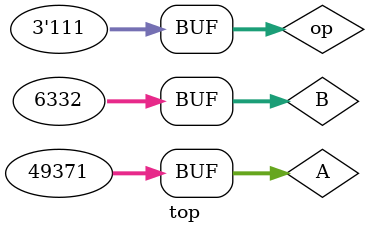
<source format=v>
module LogicUnit(input [2:0] operation,
                input [31:0] A, 
                input [31:0] B, 
                output [31:0] Out);

    wire [31:0]cmp;
    twocmp tc (A,cmp);

    assign Out = ~(|operation[2:0])?A & B:32'bz;                                  //000 AND
    assign Out = (operation[0] & ~(|operation[2:1]))?A ^ B:32'bz;                 //001 XOR
    assign Out = (operation[1] & ~operation[0] & ~operation[2])?~(A & B):32'bz;   //010 NAND
    assign Out = (~operation[2] & (&operation[1:0]))?A|B:32'bz;                   //011 OR
    assign Out = (operation[2] & ~(|operation[1:0]))?~A:32'bz;                    //100 NOT
    assign Out = (operation[2] & ~operation[1] & operation[0])?~(A|B):32'bz;      //101 NOR
    assign Out = &operation[2:1] & ~operation[0]?cmp:32'bz;                       //110 2s COMPLEMENT
    assign Out = (&operation[2:0])? ~(A ^ B):32'bz;                               //111 XNOR
    
endmodule

module twocmp(input [31:0]A,output [31:0]B);

    genvar i;
    generate
        for(i=0;i<32;i=i+1)
        begin
            if(i == 0)
                assign B[0] = A[0];     //LSB
            else
                assign B[i] = |A[i-1:0] ? ~A[i] : A[i];     //Checking for first '1' and complementing corresspondingly
        end
    endgenerate

endmodule

module top;
    reg [31:0] A,B;
    reg [2:0] op;
    wire [31:0] Out;

    LogicUnit LU(op,A,B,Out);

    initial 
    begin
        #0 A= 32'b1100000011011011; B = 32'b1100010111100;op=3'b0; 
        #10 op=3'b001;
        #10 op=3'b010;
        #10 op=3'b011;
        #10 op=3'b100;
        #10 op=3'b101;
        #10 op=3'b110;
        #10 op=3'b111;
    end

    initial 
    begin
        $monitor($time,"\tA: %b\tOperation: %b\n\t\t\tB: %b\tOutput: %b\n",A,op,B,Out);
    end

endmodule
</source>
